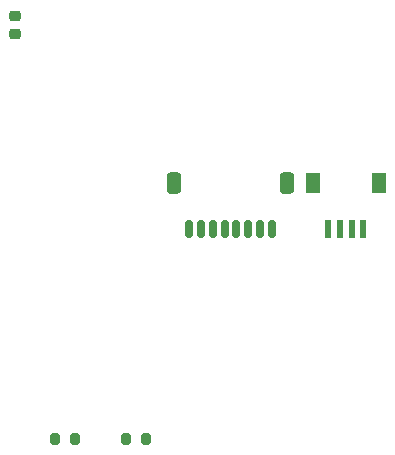
<source format=gbr>
%TF.GenerationSoftware,KiCad,Pcbnew,6.0.11-2627ca5db0~126~ubuntu22.04.1*%
%TF.CreationDate,2023-12-08T19:13:14-08:00*%
%TF.ProjectId,compact-probe,636f6d70-6163-4742-9d70-726f62652e6b,rev?*%
%TF.SameCoordinates,Original*%
%TF.FileFunction,Paste,Top*%
%TF.FilePolarity,Positive*%
%FSLAX46Y46*%
G04 Gerber Fmt 4.6, Leading zero omitted, Abs format (unit mm)*
G04 Created by KiCad (PCBNEW 6.0.11-2627ca5db0~126~ubuntu22.04.1) date 2023-12-08 19:13:14*
%MOMM*%
%LPD*%
G01*
G04 APERTURE LIST*
G04 Aperture macros list*
%AMRoundRect*
0 Rectangle with rounded corners*
0 $1 Rounding radius*
0 $2 $3 $4 $5 $6 $7 $8 $9 X,Y pos of 4 corners*
0 Add a 4 corners polygon primitive as box body*
4,1,4,$2,$3,$4,$5,$6,$7,$8,$9,$2,$3,0*
0 Add four circle primitives for the rounded corners*
1,1,$1+$1,$2,$3*
1,1,$1+$1,$4,$5*
1,1,$1+$1,$6,$7*
1,1,$1+$1,$8,$9*
0 Add four rect primitives between the rounded corners*
20,1,$1+$1,$2,$3,$4,$5,0*
20,1,$1+$1,$4,$5,$6,$7,0*
20,1,$1+$1,$6,$7,$8,$9,0*
20,1,$1+$1,$8,$9,$2,$3,0*%
G04 Aperture macros list end*
%ADD10RoundRect,0.218750X-0.256250X0.218750X-0.256250X-0.218750X0.256250X-0.218750X0.256250X0.218750X0*%
%ADD11RoundRect,0.200000X0.200000X0.275000X-0.200000X0.275000X-0.200000X-0.275000X0.200000X-0.275000X0*%
%ADD12R,0.600000X1.550000*%
%ADD13R,1.200000X1.800000*%
%ADD14RoundRect,0.150000X0.150000X0.625000X-0.150000X0.625000X-0.150000X-0.625000X0.150000X-0.625000X0*%
%ADD15RoundRect,0.250000X0.350000X0.650000X-0.350000X0.650000X-0.350000X-0.650000X0.350000X-0.650000X0*%
%ADD16RoundRect,0.200000X-0.200000X-0.275000X0.200000X-0.275000X0.200000X0.275000X-0.200000X0.275000X0*%
G04 APERTURE END LIST*
D10*
%TO.C,D1*%
X-10250000Y20037500D03*
X-10250000Y18462500D03*
%TD*%
D11*
%TO.C,R6*%
X-5175000Y-15750000D03*
X-6825000Y-15750000D03*
%TD*%
D12*
%TO.C,J2*%
X19250000Y2000000D03*
X18250000Y2000000D03*
X17250000Y2000000D03*
X16250000Y2000000D03*
D13*
X20550000Y5875000D03*
X14950000Y5875000D03*
%TD*%
D14*
%TO.C,J1*%
X11500000Y2000000D03*
X10500000Y2000000D03*
X9500000Y2000000D03*
X8500000Y2000000D03*
X7500000Y2000000D03*
X6500000Y2000000D03*
X5500000Y2000000D03*
X4500000Y2000000D03*
D15*
X12800000Y5875000D03*
X3200000Y5875000D03*
%TD*%
D16*
%TO.C,R5*%
X-825000Y-15750000D03*
X825000Y-15750000D03*
%TD*%
M02*

</source>
